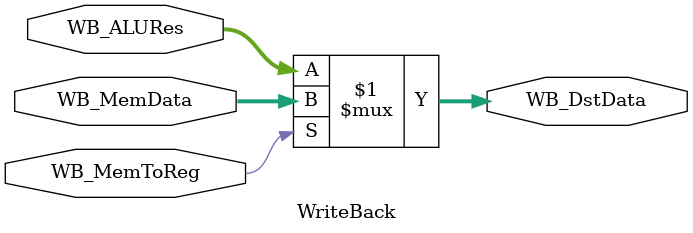
<source format=v>
module WriteBack(
	input wire [15:0] WB_ALURes,
	input wire [15:0] WB_MemData,
	input wire WB_MemToReg,
	output wire [15:0] WB_DstData
);
assign WB_DstData = WB_MemToReg ? WB_MemData : WB_ALURes;
endmodule
// wire

</source>
